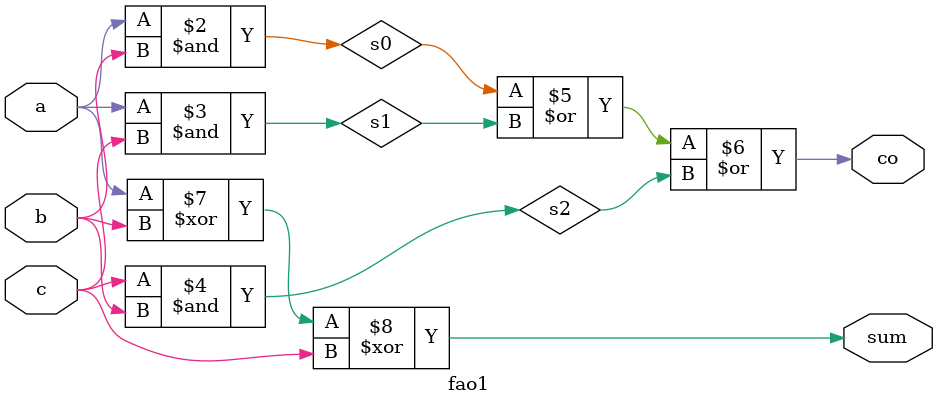
<source format=v>
module  fao1(a,b,c,co,sum);
    input a,b,c;
    output  co,sum;
    reg co,sum,s0,s1,s2;
    always @(a,b,c)
    begin
    s0 = a & b;
    s1 = a & c;
    s2 = c & b;
    co = s0 | s1| s2;
    sum = a ^ b ^ c;
	 end
    endmodule
</source>
